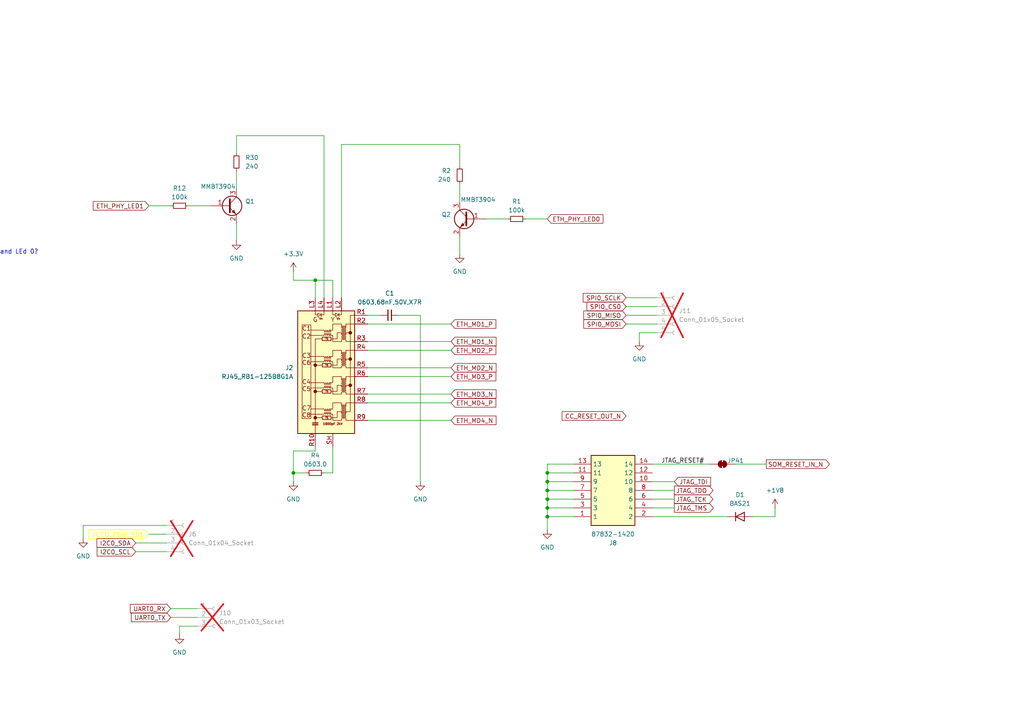
<source format=kicad_sch>
(kicad_sch (version 20231120) (generator "eeschema") (generator_version "8.0")
  (paper "A4")
  (lib_symbols
    (symbol "Connector:Conn_01x03_Socket" (pin_names (offset 1.016) hide)
      (property "Reference" "J" (at 0 5.08 0))
      (property "Value" "Conn_01x03_Socket" (at 0 -5.08 0))
      (symbol "Conn_01x03_Socket_1_1"
        (arc (start 0 -2.032) (mid -0.5058 -2.54) (end 0 -3.048) (stroke (width 0.1524)))
        (polyline (pts (xy -1.27 -2.54) (xy -0.508 -2.54)) (stroke (width 0.1524)))
        (polyline (pts (xy -1.27 0) (xy -0.508 0)) (stroke (width 0.1524)))
        (polyline (pts (xy -1.27 2.54) (xy -0.508 2.54)) (stroke (width 0.1524)))
        (arc (start 0 0.508) (mid -0.5058 0) (end 0 -0.508) (stroke (width 0.1524)))
        (arc (start 0 3.048) (mid -0.5058 2.54) (end 0 2.032) (stroke (width 0.1524)))
        (pin passive line (at -5.08 2.54 0) (length 3.81) (name "Pin_1") (number "1"))
        (pin passive line (at -5.08 0 0) (length 3.81) (name "Pin_2") (number "2"))
        (pin passive line (at -5.08 -2.54 0) (length 3.81) (name "Pin_3") (number "3"))
      )
    )
    (symbol "Connector:Conn_01x04_Socket" (pin_names (offset 1.016) hide)
      (property "Reference" "J" (at 0 5.08 0))
      (property "Value" "Conn_01x04_Socket" (at 0 -7.62 0))
      (symbol "Conn_01x04_Socket_1_1"
        (arc (start 0 -4.572) (mid -0.5058 -5.08) (end 0 -5.588) (stroke (width 0.1524)))
        (arc (start 0 -2.032) (mid -0.5058 -2.54) (end 0 -3.048) (stroke (width 0.1524)))
        (polyline (pts (xy -1.27 -5.08) (xy -0.508 -5.08)) (stroke (width 0.1524)))
        (polyline (pts (xy -1.27 -2.54) (xy -0.508 -2.54)) (stroke (width 0.1524)))
        (polyline (pts (xy -1.27 0) (xy -0.508 0)) (stroke (width 0.1524)))
        (polyline (pts (xy -1.27 2.54) (xy -0.508 2.54)) (stroke (width 0.1524)))
        (arc (start 0 0.508) (mid -0.5058 0) (end 0 -0.508) (stroke (width 0.1524)))
        (arc (start 0 3.048) (mid -0.5058 2.54) (end 0 2.032) (stroke (width 0.1524)))
        (pin passive line (at -5.08 2.54 0) (length 3.81) (name "Pin_1") (number "1"))
        (pin passive line (at -5.08 0 0) (length 3.81) (name "Pin_2") (number "2"))
        (pin passive line (at -5.08 -2.54 0) (length 3.81) (name "Pin_3") (number "3"))
        (pin passive line (at -5.08 -5.08 0) (length 3.81) (name "Pin_4") (number "4"))
      )
    )
    (symbol "Connector:Conn_01x05_Socket" (pin_names (offset 1.016) hide)
      (property "Reference" "J" (at 0 7.62 0))
      (property "Value" "Conn_01x05_Socket" (at 0 -7.62 0))
      (symbol "Conn_01x05_Socket_1_1"
        (arc (start 0 -4.572) (mid -0.5058 -5.08) (end 0 -5.588) (stroke (width 0.1524)))
        (arc (start 0 -2.032) (mid -0.5058 -2.54) (end 0 -3.048) (stroke (width 0.1524)))
        (polyline (pts (xy -1.27 -5.08) (xy -0.508 -5.08)) (stroke (width 0.1524)))
        (polyline (pts (xy -1.27 -2.54) (xy -0.508 -2.54)) (stroke (width 0.1524)))
        (polyline (pts (xy -1.27 0) (xy -0.508 0)) (stroke (width 0.1524)))
        (polyline (pts (xy -1.27 2.54) (xy -0.508 2.54)) (stroke (width 0.1524)))
        (polyline (pts (xy -1.27 5.08) (xy -0.508 5.08)) (stroke (width 0.1524)))
        (arc (start 0 0.508) (mid -0.5058 0) (end 0 -0.508) (stroke (width 0.1524)))
        (arc (start 0 3.048) (mid -0.5058 2.54) (end 0 2.032) (stroke (width 0.1524)))
        (arc (start 0 5.588) (mid -0.5058 5.08) (end 0 4.572) (stroke (width 0.1524)))
        (pin passive line (at -5.08 5.08 0) (length 3.81) (name "Pin_1") (number "1"))
        (pin passive line (at -5.08 2.54 0) (length 3.81) (name "Pin_2") (number "2"))
        (pin passive line (at -5.08 0 0) (length 3.81) (name "Pin_3") (number "3"))
        (pin passive line (at -5.08 -2.54 0) (length 3.81) (name "Pin_4") (number "4"))
        (pin passive line (at -5.08 -5.08 0) (length 3.81) (name "Pin_5") (number "5"))
      )
    )
    (symbol "Connector:RJ45_RB1-125B8G1A" (pin_names hide)
      (property "Reference" "J" (at -7.62 20.32 0))
      (property "Value" "RJ45_RB1-125B8G1A" (at 15.24 20.32 0))
      (symbol "RJ45_RB1-125B8G1A_0_0"
        (circle (center -2.54 -11.938) (radius 0.0001) (stroke (width 0.508)))
        (circle (center -2.54 -4.318) (radius 0.0001) (stroke (width 0.508)))
        (circle (center -2.54 3.302) (radius 0.0001) (stroke (width 0.508)))
        (polyline (pts (xy -0.508 -11.938) (xy -2.54 -11.938)))
        (polyline (pts (xy 0 -10.922) (xy -3.81 -10.922)))
        (polyline (pts (xy 0 -9.398) (xy -3.81 -9.398)))
        (polyline (pts (xy 0 -3.302) (xy -3.81 -3.302)))
        (polyline (pts (xy 0 -1.778) (xy -3.81 -1.778)))
        (polyline (pts (xy 0 4.318) (xy -3.81 4.318)))
        (polyline (pts (xy 0 5.842) (xy -3.81 5.842)))
        (polyline (pts (xy 0 11.938) (xy -3.81 11.938)))
        (polyline (pts (xy 0 13.462) (xy -3.81 13.462)))
        (polyline (pts (xy 6.35 5.08) (xy 7.62 5.08)))
        (polyline (pts (xy 7.62 -2.54) (xy 6.35 -2.54)))
        (polyline (pts (xy 7.62 12.7) (xy 6.35 12.7)))
        (polyline (pts (xy 2.032 -11.938) (xy 3.81 -11.938) (xy 3.81 -10.16) (xy 5.08 -10.16)))
        (polyline (pts (xy 2.032 -4.318) (xy 3.81 -4.318) (xy 3.81 -2.54) (xy 5.08 -2.54)))
        (polyline (pts (xy 2.032 3.302) (xy 3.81 3.302) (xy 3.81 5.08) (xy 5.08 5.08)))
        (polyline (pts (xy 2.032 10.922) (xy 3.81 10.922) (xy 3.81 12.7) (xy 5.08 12.7)))
        (circle (center 7.62 -2.54) (radius 0.0001) (stroke (width 0.508)))
        (circle (center 7.62 5.08) (radius 0.0001) (stroke (width 0.508)))
        (circle (center 7.62 12.7) (radius 0.0001) (stroke (width 0.508)))
        (text "1000pF 2kV" (at 2.54 -13.716 0) (effects (font (size 0.635 0.635))))
        (text "C1" (at -5.08 13.97 0) (effects (font (size 1.27 1.27))))
        (text "C2" (at -5.08 11.684 0) (effects (font (size 1.27 1.27))))
        (text "C3" (at -5.08 6.096 0) (effects (font (size 1.27 1.27))))
        (text "C4" (at -5.08 -1.524 0) (effects (font (size 1.27 1.27))))
        (text "C5" (at -5.08 -3.556 0) (effects (font (size 1.27 1.27))))
        (text "C6" (at -5.08 4.064 0) (effects (font (size 1.27 1.27))))
        (text "C7" (at -5.08 -9.144 0) (effects (font (size 1.27 1.27))))
        (text "C8" (at -5.08 -11.176 0) (effects (font (size 1.27 1.27))))
        (text "G" (at -2.54 16.51 0) (effects (font (size 1.27 1.27))))
        (text "Y" (at 2.54 16.51 0) (effects (font (size 1.27 1.27))))
      )
      (symbol "RJ45_RB1-125B8G1A_0_1"
        (rectangle (start -7.62 19.05) (end 8.89 -16.51) (stroke (width 0.254)) (fill (type background)))
        (rectangle (start -3.81 -12.192) (end -6.35 14.986))
        (rectangle (start -0.508 -12.446) (end 2.032 -11.43) (stroke (width 0.2032)))
        (rectangle (start -0.508 -4.826) (end 2.032 -3.81) (stroke (width 0.2032)))
        (rectangle (start -0.508 2.794) (end 2.032 3.81) (stroke (width 0.2032)))
        (rectangle (start -0.508 10.414) (end 2.032 11.43) (stroke (width 0.2032)))
        (arc (start 0 -9.398) (mid 0.254 -9.6509) (end 0.508 -9.398))
        (arc (start 0 -1.778) (mid 0.254 -2.0309) (end 0.508 -1.778))
        (polyline (pts (xy -3.302 -13.97) (xy -1.778 -13.97)) (stroke (width 0.3302)))
        (polyline (pts (xy -3.302 -13.462) (xy -1.778 -13.462)) (stroke (width 0.3048)))
        (polyline (pts (xy -2.54 -16.51) (xy -2.54 -13.97)))
        (polyline (pts (xy -2.54 3.302) (xy -0.508 3.302)))
        (polyline (pts (xy -1.016 16.637) (xy -1.524 17.145)))
        (polyline (pts (xy -0.762 18.415) (xy -0.762 17.399)))
        (polyline (pts (xy -0.508 -4.318) (xy -2.54 -4.318)))
        (polyline (pts (xy -0.508 16.637) (xy -1.016 17.145)))
        (polyline (pts (xy 0 -10.414) (xy 2.032 -10.414)))
        (polyline (pts (xy 0 -2.794) (xy 2.032 -2.794)))
        (polyline (pts (xy 0 4.826) (xy 2.032 4.826)))
        (polyline (pts (xy 0 12.446) (xy 2.032 12.446)))
        (polyline (pts (xy 2.032 -9.906) (xy 0 -9.906)))
        (polyline (pts (xy 2.032 -2.286) (xy 0 -2.286)))
        (polyline (pts (xy 2.032 5.334) (xy 0 5.334)))
        (polyline (pts (xy 2.032 12.954) (xy 0 12.954)))
        (polyline (pts (xy 4.064 16.637) (xy 3.556 17.145)))
        (polyline (pts (xy 4.318 18.415) (xy 4.318 17.399)))
        (polyline (pts (xy 4.572 16.637) (xy 4.064 17.145)))
        (polyline (pts (xy 5.588 -8.128) (xy 5.588 -12.192)))
        (polyline (pts (xy 5.588 -0.508) (xy 5.588 -4.572)))
        (polyline (pts (xy 5.588 7.112) (xy 5.588 3.048)))
        (polyline (pts (xy 5.588 14.732) (xy 5.588 10.668)))
        (polyline (pts (xy 5.842 -12.192) (xy 5.842 -8.128)))
        (polyline (pts (xy 5.842 -4.572) (xy 5.842 -0.508)))
        (polyline (pts (xy 5.842 3.048) (xy 5.842 7.112)))
        (polyline (pts (xy 5.842 10.668) (xy 5.842 14.732)))
        (polyline (pts (xy -2.54 -13.462) (xy -2.54 10.922) (xy -0.508 10.922)))
        (polyline (pts (xy -2.54 19.05) (xy -2.54 17.907) (xy -1.778 17.907)))
        (polyline (pts (xy -1.016 16.891) (xy -1.016 16.637) (xy -1.27 16.637)))
        (polyline (pts (xy -0.508 16.891) (xy -0.508 16.637) (xy -0.762 16.637)))
        (polyline (pts (xy 0 19.05) (xy 0 17.907) (xy -0.762 17.907)))
        (polyline (pts (xy 2.54 19.05) (xy 2.54 17.907) (xy 3.302 17.907)))
        (polyline (pts (xy 4.064 16.891) (xy 4.064 16.637) (xy 3.81 16.637)))
        (polyline (pts (xy 4.572 16.891) (xy 4.572 16.637) (xy 4.318 16.637)))
        (polyline (pts (xy 5.08 19.05) (xy 5.08 17.907) (xy 4.318 17.907)))
        (polyline (pts (xy 6.35 -12.192) (xy 6.35 -12.7) (xy 8.89 -12.7)))
        (polyline (pts (xy 6.35 -8.128) (xy 6.35 -7.62) (xy 8.89 -7.62)))
        (polyline (pts (xy 6.35 -4.572) (xy 6.35 -5.08) (xy 8.89 -5.08)))
        (polyline (pts (xy 6.35 -0.508) (xy 6.35 0) (xy 8.89 0)))
        (polyline (pts (xy 6.35 3.048) (xy 6.35 2.54) (xy 8.89 2.54)))
        (polyline (pts (xy 6.35 7.112) (xy 6.35 7.62) (xy 8.89 7.62)))
        (polyline (pts (xy 6.35 10.668) (xy 6.35 10.16) (xy 8.89 10.16)))
        (polyline (pts (xy 6.35 14.732) (xy 6.35 15.24) (xy 8.89 15.24)))
        (polyline (pts (xy -0.762 17.907) (xy -1.778 18.415) (xy -1.778 17.399) (xy -0.762 17.907)))
        (polyline (pts (xy 4.318 17.907) (xy 3.302 18.415) (xy 3.302 17.399) (xy 4.318 17.907)))
        (polyline (pts (xy 8.89 17.78) (xy 7.62 17.78) (xy 7.62 -10.16) (xy 6.35 -10.16)))
        (polyline (pts (xy 2.032 -9.398) (xy 2.54 -9.398) (xy 2.54 -7.62) (xy 5.08 -7.62) (xy 5.08 -8.128)))
        (polyline (pts (xy 2.032 -1.778) (xy 2.54 -1.778) (xy 2.54 0) (xy 5.08 0) (xy 5.08 -0.508)))
        (polyline (pts (xy 2.032 5.842) (xy 2.54 5.842) (xy 2.54 7.62) (xy 5.08 7.62) (xy 5.08 7.112)))
        (polyline (pts (xy 2.032 13.462) (xy 2.54 13.462) (xy 2.54 15.24) (xy 5.08 15.24) (xy 5.08 14.732)))
        (polyline (pts (xy 5.08 -12.192) (xy 5.08 -12.7) (xy 2.54 -12.7) (xy 2.54 -10.922) (xy 2.032 -10.922)))
        (polyline (pts (xy 5.08 -4.572) (xy 5.08 -5.08) (xy 2.54 -5.08) (xy 2.54 -3.302) (xy 2.032 -3.302)))
        (polyline (pts (xy 5.08 3.048) (xy 5.08 2.54) (xy 2.54 2.54) (xy 2.54 4.318) (xy 2.032 4.318)))
        (polyline (pts (xy 5.08 10.668) (xy 5.08 10.16) (xy 2.54 10.16) (xy 2.54 11.938) (xy 2.032 11.938)))
        (arc (start 0 5.842) (mid 0.254 5.5891) (end 0.508 5.842))
        (arc (start 0 13.462) (mid 0.254 13.2091) (end 0.508 13.462))
        (arc (start 0.508 -10.922) (mid 0.254 -10.6691) (end 0 -10.922))
        (arc (start 0.508 -9.398) (mid 0.762 -9.6509) (end 1.016 -9.398))
        (arc (start 0.508 -3.302) (mid 0.254 -3.0491) (end 0 -3.302))
        (arc (start 0.508 -1.778) (mid 0.762 -2.0309) (end 1.016 -1.778))
        (arc (start 0.508 4.318) (mid 0.254 4.5709) (end 0 4.318))
        (arc (start 0.508 5.842) (mid 0.762 5.5891) (end 1.016 5.842))
        (arc (start 0.508 11.938) (mid 0.254 12.1909) (end 0 11.938))
        (arc (start 0.508 13.462) (mid 0.762 13.2091) (end 1.016 13.462))
        (arc (start 1.016 -10.922) (mid 0.762 -10.6691) (end 0.508 -10.922))
        (arc (start 1.016 -9.398) (mid 1.27 -9.6509) (end 1.524 -9.398))
        (arc (start 1.016 -3.302) (mid 0.762 -3.0491) (end 0.508 -3.302))
        (arc (start 1.016 -1.778) (mid 1.27 -2.0309) (end 1.524 -1.778))
        (arc (start 1.016 4.318) (mid 0.762 4.5709) (end 0.508 4.318))
        (arc (start 1.016 5.842) (mid 1.27 5.5891) (end 1.524 5.842))
        (arc (start 1.016 11.938) (mid 0.762 12.1909) (end 0.508 11.938))
        (arc (start 1.016 13.462) (mid 1.27 13.2091) (end 1.524 13.462))
        (arc (start 1.524 -10.922) (mid 1.27 -10.6691) (end 1.016 -10.922))
        (arc (start 1.524 -9.398) (mid 1.778 -9.6509) (end 2.032 -9.398))
        (arc (start 1.524 -3.302) (mid 1.27 -3.0491) (end 1.016 -3.302))
        (arc (start 1.524 -1.778) (mid 1.778 -2.0309) (end 2.032 -1.778))
        (arc (start 1.524 4.318) (mid 1.27 4.5709) (end 1.016 4.318))
        (arc (start 1.524 5.842) (mid 1.778 5.5891) (end 2.032 5.842))
        (arc (start 1.524 11.938) (mid 1.27 12.1909) (end 1.016 11.938))
        (arc (start 1.524 13.462) (mid 1.778 13.2091) (end 2.032 13.462))
        (circle (center 1.778 -10.9474) (radius 0.0762) (stroke (width 0.0254)) (fill (type outline)))
        (circle (center 1.778 -9.3726) (radius 0.0762) (stroke (width 0.0254)) (fill (type outline)))
        (circle (center 1.778 -3.3274) (radius 0.0762) (stroke (width 0.0254)) (fill (type outline)))
        (circle (center 1.778 -1.7526) (radius 0.0762) (stroke (width 0.0254)) (fill (type outline)))
        (circle (center 1.778 4.2926) (radius 0.0762) (stroke (width 0.0254)) (fill (type outline)))
        (circle (center 1.778 5.8674) (radius 0.0762) (stroke (width 0.0254)) (fill (type outline)))
        (circle (center 1.778 11.9126) (radius 0.0762) (stroke (width 0.0254)) (fill (type outline)))
        (circle (center 1.778 13.4874) (radius 0.0762) (stroke (width 0.0254)) (fill (type outline)))
        (arc (start 2.032 -10.922) (mid 1.778 -10.6691) (end 1.524 -10.922))
        (arc (start 2.032 -3.302) (mid 1.778 -3.0491) (end 1.524 -3.302))
        (arc (start 2.032 4.318) (mid 1.778 4.5709) (end 1.524 4.318))
        (arc (start 2.032 11.938) (mid 1.778 12.1909) (end 1.524 11.938))
        (circle (center 5.0546 -10.414) (radius 0.0762) (stroke (width 0.0254)) (fill (type outline)))
        (circle (center 5.0546 -8.382) (radius 0.0762) (stroke (width 0.0254)) (fill (type outline)))
        (circle (center 5.0546 -2.794) (radius 0.0762) (stroke (width 0.0254)) (fill (type outline)))
        (circle (center 5.0546 -0.762) (radius 0.0762) (stroke (width 0.0254)) (fill (type outline)))
        (circle (center 5.0546 4.826) (radius 0.0762) (stroke (width 0.0254)) (fill (type outline)))
        (circle (center 5.0546 6.858) (radius 0.0762) (stroke (width 0.0254)) (fill (type outline)))
        (circle (center 5.0546 12.446) (radius 0.0762) (stroke (width 0.0254)) (fill (type outline)))
        (circle (center 5.0546 14.478) (radius 0.0762) (stroke (width 0.0254)) (fill (type outline)))
        (arc (start 5.08 -12.192) (mid 5.3329 -11.938) (end 5.08 -11.684))
        (arc (start 5.08 -11.684) (mid 5.3328 -11.43) (end 5.08 -11.176))
        (arc (start 5.08 -11.176) (mid 5.3329 -10.922) (end 5.08 -10.668))
        (arc (start 5.08 -10.668) (mid 5.3329 -10.414) (end 5.08 -10.16))
        (arc (start 5.08 -10.16) (mid 5.3329 -9.906) (end 5.08 -9.652))
        (arc (start 5.08 -9.652) (mid 5.3329 -9.398) (end 5.08 -9.144))
        (arc (start 5.08 -9.144) (mid 5.3328 -8.89) (end 5.08 -8.636))
        (arc (start 5.08 -8.636) (mid 5.3329 -8.382) (end 5.08 -8.128))
        (arc (start 5.08 -4.572) (mid 5.3329 -4.318) (end 5.08 -4.064))
        (arc (start 5.08 -4.064) (mid 5.3328 -3.81) (end 5.08 -3.556))
        (arc (start 5.08 -3.556) (mid 5.3329 -3.302) (end 5.08 -3.048))
        (arc (start 5.08 -3.048) (mid 5.3329 -2.794) (end 5.08 -2.54))
        (arc (start 5.08 -2.54) (mid 5.3329 -2.286) (end 5.08 -2.032))
        (arc (start 5.08 -2.032) (mid 5.3329 -1.778) (end 5.08 -1.524))
        (arc (start 5.08 -1.524) (mid 5.3328 -1.27) (end 5.08 -1.016))
        (arc (start 5.08 -1.016) (mid 5.3329 -0.762) (end 5.08 -0.508))
        (arc (start 5.08 3.048) (mid 5.3329 3.302) (end 5.08 3.556))
        (arc (start 5.08 3.556) (mid 5.3328 3.81) (end 5.08 4.064))
        (arc (start 5.08 4.064) (mid 5.3329 4.318) (end 5.08 4.572))
        (arc (start 5.08 4.572) (mid 5.3329 4.826) (end 5.08 5.08))
        (arc (start 5.08 5.08) (mid 5.3329 5.334) (end 5.08 5.588))
        (arc (start 5.08 5.588) (mid 5.3329 5.842) (end 5.08 6.096))
        (arc (start 5.08 6.096) (mid 5.3328 6.35) (end 5.08 6.604))
        (arc (start 5.08 6.604) (mid 5.3329 6.858) (end 5.08 7.112))
        (arc (start 5.08 10.668) (mid 5.3329 10.922) (end 5.08 11.176))
        (arc (start 5.08 11.176) (mid 5.3328 11.43) (end 5.08 11.684))
        (arc (start 5.08 11.684) (mid 5.3329 11.938) (end 5.08 12.192))
        (arc (start 5.08 12.192) (mid 5.3329 12.446) (end 5.08 12.7))
        (arc (start 5.08 12.7) (mid 5.3329 12.954) (end 5.08 13.208))
        (arc (start 5.08 13.208) (mid 5.3329 13.462) (end 5.08 13.716))
        (arc (start 5.08 13.716) (mid 5.3328 13.97) (end 5.08 14.224))
        (arc (start 5.08 14.224) (mid 5.3329 14.478) (end 5.08 14.732))
        (arc (start 6.35 -11.684) (mid 6.0971 -11.938) (end 6.35 -12.192))
        (arc (start 6.35 -11.176) (mid 6.0971 -11.43) (end 6.35 -11.684))
        (arc (start 6.35 -10.668) (mid 6.0971 -10.922) (end 6.35 -11.176))
        (arc (start 6.35 -10.16) (mid 6.0971 -10.414) (end 6.35 -10.668))
        (arc (start 6.35 -9.652) (mid 6.0971 -9.906) (end 6.35 -10.16))
        (arc (start 6.35 -9.144) (mid 6.0971 -9.398) (end 6.35 -9.652))
        (arc (start 6.35 -8.636) (mid 6.0971 -8.89) (end 6.35 -9.144))
        (arc (start 6.35 -8.128) (mid 6.0971 -8.382) (end 6.35 -8.636))
        (arc (start 6.35 -4.064) (mid 6.0971 -4.318) (end 6.35 -4.572))
        (arc (start 6.35 -3.556) (mid 6.0971 -3.81) (end 6.35 -4.064))
        (arc (start 6.35 -3.048) (mid 6.0971 -3.302) (end 6.35 -3.556))
        (arc (start 6.35 -2.54) (mid 6.0971 -2.794) (end 6.35 -3.048))
        (arc (start 6.35 -2.032) (mid 6.0971 -2.286) (end 6.35 -2.54))
        (arc (start 6.35 -1.524) (mid 6.0971 -1.778) (end 6.35 -2.032))
        (arc (start 6.35 -1.016) (mid 6.0971 -1.27) (end 6.35 -1.524))
        (arc (start 6.35 -0.508) (mid 6.0971 -0.762) (end 6.35 -1.016))
        (arc (start 6.35 3.556) (mid 6.0971 3.302) (end 6.35 3.048))
        (arc (start 6.35 4.064) (mid 6.0971 3.81) (end 6.35 3.556))
        (arc (start 6.35 4.572) (mid 6.0971 4.318) (end 6.35 4.064))
        (arc (start 6.35 5.08) (mid 6.0971 4.826) (end 6.35 4.572))
        (arc (start 6.35 5.588) (mid 6.0971 5.334) (end 6.35 5.08))
        (arc (start 6.35 6.096) (mid 6.0971 5.842) (end 6.35 5.588))
        (arc (start 6.35 6.604) (mid 6.0971 6.35) (end 6.35 6.096))
        (arc (start 6.35 7.112) (mid 6.0971 6.858) (end 6.35 6.604))
        (arc (start 6.35 11.176) (mid 6.0971 10.922) (end 6.35 10.668))
        (arc (start 6.35 11.684) (mid 6.0971 11.43) (end 6.35 11.176))
        (arc (start 6.35 12.192) (mid 6.0971 11.938) (end 6.35 11.684))
        (arc (start 6.35 12.7) (mid 6.0971 12.446) (end 6.35 12.192))
        (arc (start 6.35 13.208) (mid 6.0971 12.954) (end 6.35 12.7))
        (arc (start 6.35 13.716) (mid 6.0971 13.462) (end 6.35 13.208))
        (arc (start 6.35 14.224) (mid 6.0971 13.97) (end 6.35 13.716))
        (arc (start 6.35 14.732) (mid 6.0971 14.478) (end 6.35 14.224))
        (circle (center 6.3754 -10.414) (radius 0.0762) (stroke (width 0.0254)) (fill (type outline)))
        (circle (center 6.3754 -8.382) (radius 0.0762) (stroke (width 0.0254)) (fill (type outline)))
        (circle (center 6.3754 -2.794) (radius 0.0762) (stroke (width 0.0254)) (fill (type outline)))
        (circle (center 6.3754 -0.762) (radius 0.0762) (stroke (width 0.0254)) (fill (type outline)))
        (circle (center 6.3754 4.826) (radius 0.0762) (stroke (width 0.0254)) (fill (type outline)))
        (circle (center 6.3754 6.858) (radius 0.0762) (stroke (width 0.0254)) (fill (type outline)))
        (circle (center 6.3754 12.446) (radius 0.0762) (stroke (width 0.0254)) (fill (type outline)))
        (circle (center 6.3754 14.478) (radius 0.0762) (stroke (width 0.0254)) (fill (type outline)))
        (pin power_in line (at -2.54 -20.32 90) (length 3.81) (name "GND") (number "R10"))
      )
      (symbol "RJ45_RB1-125B8G1A_1_0"
        (text "75" (at 0.762 -11.938 0) (effects (font (size 0.508 0.508))))
        (text "75" (at 0.762 -4.318 0) (effects (font (size 0.508 0.508))))
        (text "75" (at 0.762 3.302 0) (effects (font (size 0.508 0.508))))
        (text "75" (at 0.762 10.922 0) (effects (font (size 0.508 0.508))))
      )
      (symbol "RJ45_RB1-125B8G1A_1_1"
        (pin passive line (at 2.54 22.86 270) (length 3.81) (name "~") (number "L1"))
        (pin passive line (at 5.08 22.86 270) (length 3.81) (name "~") (number "L2"))
        (pin passive line (at -2.54 22.86 270) (length 3.81) (name "~") (number "L3"))
        (pin passive line (at 0 22.86 270) (length 3.81) (name "~") (number "L4"))
        (pin passive line (at 12.7 17.78 180) (length 3.81) (name "CT") (number "R1"))
        (pin passive line (at 12.7 15.24 180) (length 3.81) (name "TD1+") (number "R2"))
        (pin passive line (at 12.7 10.16 180) (length 3.81) (name "TD1-") (number "R3"))
        (pin passive line (at 12.7 7.62 180) (length 3.81) (name "TD2+") (number "R4"))
        (pin passive line (at 12.7 2.54 180) (length 3.81) (name "TD2-") (number "R5"))
        (pin passive line (at 12.7 0 180) (length 3.81) (name "TD3+") (number "R6"))
        (pin passive line (at 12.7 -5.08 180) (length 3.81) (name "TD3-") (number "R7"))
        (pin passive line (at 12.7 -7.62 180) (length 3.81) (name "TD4+") (number "R8"))
        (pin passive line (at 12.7 -12.7 180) (length 3.81) (name "TD4-") (number "R9"))
        (pin passive line (at 2.54 -20.32 90) (length 3.81) (name "SH") (number "SH"))
      )
    )
    (symbol "Diode:BAS21" (pin_numbers hide) (pin_names hide)
      (property "Reference" "D" (at 0 2.54 0))
      (property "Value" "BAS21" (at 0 -2.54 0))
      (symbol "BAS21_0_1"
        (polyline (pts (xy -1.27 1.27) (xy -1.27 -1.27)) (stroke (width 0.254)))
        (polyline (pts (xy 1.27 0) (xy -1.27 0)))
        (polyline (pts (xy 1.27 1.27) (xy 1.27 -1.27) (xy -1.27 0) (xy 1.27 1.27)) (stroke (width 0.254)))
      )
      (symbol "BAS21_1_1"
        (pin passive line (at 3.81 0 180) (length 2.54) (name "A") (number "1"))
        (pin no_connect line (at -1.27 0 0) (length 2.54) hide (name "NC") (number "2"))
        (pin passive line (at -3.81 0 0) (length 2.54) (name "K") (number "3"))
      )
    )
    (symbol "Jumper:SolderJumper_2_Bridged" (pin_numbers hide) (pin_names (offset 0) hide) (exclude_from_sim yes) (in_bom no)
      (property "Reference" "JP" (at 0 2.032 0))
      (property "Value" "SolderJumper_2_Bridged" (at 0 -2.54 0))
      (symbol "SolderJumper_2_Bridged_0_1"
        (rectangle (start -0.508 0.508) (end 0.508 -0.508) (fill (type outline)))
        (arc (start -0.254 1.016) (mid -1.2656 0) (end -0.254 -1.016))
        (arc (start -0.254 1.016) (mid -1.2656 0) (end -0.254 -1.016) (fill (type outline)))
        (polyline (pts (xy -0.254 1.016) (xy -0.254 -1.016)))
        (polyline (pts (xy 0.254 1.016) (xy 0.254 -1.016)))
        (arc (start 0.254 -1.016) (mid 1.2656 0) (end 0.254 1.016))
        (arc (start 0.254 -1.016) (mid 1.2656 0) (end 0.254 1.016) (fill (type outline)))
      )
      (symbol "SolderJumper_2_Bridged_1_1"
        (pin passive line (at -3.81 0 0) (length 2.54) (name "A") (number "1"))
        (pin passive line (at 3.81 0 180) (length 2.54) (name "B") (number "2"))
      )
    )
    (symbol "SamacSys_Parts:87832-1420"
      (property "Reference" "J" (at 19.05 7.62 0))
      (property "Value" "87832-1420" (at 19.05 5.08 0))
      (symbol "87832-1420_1_1"
        (rectangle (start 5.08 2.54) (end 17.78 -17.78) (stroke (width 0.254)) (fill (type background)))
        (pin passive line (at 0 0 0) (length 5.08) (name "1") (number "1"))
        (pin passive line (at 22.86 -10.16 180) (length 5.08) (name "10") (number "10"))
        (pin passive line (at 0 -12.7 0) (length 5.08) (name "11") (number "11"))
        (pin passive line (at 22.86 -12.7 180) (length 5.08) (name "12") (number "12"))
        (pin passive line (at 0 -15.24 0) (length 5.08) (name "13") (number "13"))
        (pin passive line (at 22.86 -15.24 180) (length 5.08) (name "14") (number "14"))
        (pin passive line (at 22.86 0 180) (length 5.08) (name "2") (number "2"))
        (pin passive line (at 0 -2.54 0) (length 5.08) (name "3") (number "3"))
        (pin passive line (at 22.86 -2.54 180) (length 5.08) (name "4") (number "4"))
        (pin passive line (at 0 -5.08 0) (length 5.08) (name "5") (number "5"))
        (pin passive line (at 22.86 -5.08 180) (length 5.08) (name "6") (number "6"))
        (pin passive line (at 0 -7.62 0) (length 5.08) (name "7") (number "7"))
        (pin passive line (at 22.86 -7.62 180) (length 5.08) (name "8") (number "8"))
        (pin passive line (at 0 -10.16 0) (length 5.08) (name "9") (number "9"))
      )
    )
    (symbol "Transistor_BJT:MMBT3904" (pin_names (offset 0) hide)
      (property "Reference" "Q" (at 5.08 1.905 0))
      (property "Value" "MMBT3904" (at 5.08 0 0))
      (symbol "MMBT3904_0_1"
        (polyline (pts (xy 0.635 0.635) (xy 2.54 2.54)))
        (polyline (pts (xy 0.635 -0.635) (xy 2.54 -2.54) (xy 2.54 -2.54)))
        (polyline (pts (xy 0.635 1.905) (xy 0.635 -1.905) (xy 0.635 -1.905)) (stroke (width 0.508)))
        (polyline (pts (xy 1.27 -1.778) (xy 1.778 -1.27) (xy 2.286 -2.286) (xy 1.27 -1.778) (xy 1.27 -1.778)) (fill (type outline)))
        (circle (center 1.27 0) (radius 2.8194) (stroke (width 0.254)))
      )
      (symbol "MMBT3904_1_1"
        (pin input line (at -5.08 0 0) (length 5.715) (name "B") (number "1"))
        (pin passive line (at 2.54 -5.08 90) (length 2.54) (name "E") (number "2"))
        (pin passive line (at 2.54 5.08 270) (length 2.54) (name "C") (number "3"))
      )
    )
    (symbol "jlcpcb-basic-capacitor:0603,68nF,50V,X7R "
      (property "Reference" "C" (at 1.71 0.508 0))
      (property "Value" "0603,68nF,50V,X7R " (at 1.71 -1.016 0))
      (symbol "0603,68nF,50V,X7R _0_0"
        (polyline (pts (xy -1.524 -0.508) (xy 1.524 -0.508)) (stroke (width 0.3048)))
        (polyline (pts (xy -1.524 0.508) (xy 1.524 0.508)) (stroke (width 0.3048)))
        (pin passive line (at 0 2.54 270) (length 2.032) (name "~") (number "1"))
        (pin passive line (at 0 -2.54 90) (length 2.032) (name "~") (number "2"))
      )
    )
    (symbol "jlcpcb-basic-resistor-0402:100k"
      (property "Reference" "R" (at 0.762 0.508 0))
      (property "Value" "100k" (at 0.762 -1.016 0))
      (symbol "100k_0_0"
        (rectangle (start -0.762 1.778) (end 0.762 -1.778) (stroke (width 0.2032)))
        (pin passive line (at 0 2.54 270) (length 0.762) (name "~") (number "1"))
        (pin passive line (at 0 -2.54 90) (length 0.762) (name "~") (number "2"))
      )
    )
    (symbol "jlcpcb-basic-resistor-0603:240"
      (property "Reference" "R" (at 0.762 0.508 0))
      (property "Value" "240" (at 0.762 -1.016 0))
      (symbol "240_0_0"
        (rectangle (start -0.762 1.778) (end 0.762 -1.778) (stroke (width 0.2032)))
        (pin passive line (at 0 2.54 270) (length 0.762) (name "~") (number "1"))
        (pin passive line (at 0 -2.54 90) (length 0.762) (name "~") (number "2"))
      )
    )
    (symbol "jlcpcb-basic-resistor:0603,0"
      (property "Reference" "R" (at 0.762 0.508 0))
      (property "Value" "0603,0" (at 0.762 -1.016 0))
      (symbol "0603,0_0_0"
        (rectangle (start -0.762 1.778) (end 0.762 -1.778) (stroke (width 0.2032)))
        (pin passive line (at 0 2.54 270) (length 0.762) (name "~") (number "1"))
        (pin passive line (at 0 -2.54 90) (length 0.762) (name "~") (number "2"))
      )
    )
    (symbol "power:+1V8" (power) (pin_numbers hide) (pin_names (offset 0) hide)
      (property "Value" "+1V8" (at 0 3.556 0))
      (symbol "+1V8_0_1"
        (polyline (pts (xy -0.762 1.27) (xy 0 2.54)))
        (polyline (pts (xy 0 0) (xy 0 2.54)))
        (polyline (pts (xy 0 2.54) (xy 0.762 1.27)))
      )
      (symbol "+1V8_1_1"
        (pin power_in line (at 0 0 90) (length 0) (name "~") (number "1"))
      )
    )
    (symbol "power:+3.3V" (power) (pin_numbers hide) (pin_names (offset 0) hide)
      (property "Value" "+3.3V" (at 0 3.556 0))
      (symbol "+3.3V_0_1"
        (polyline (pts (xy -0.762 1.27) (xy 0 2.54)))
        (polyline (pts (xy 0 0) (xy 0 2.54)))
        (polyline (pts (xy 0 2.54) (xy 0.762 1.27)))
      )
      (symbol "+3.3V_1_1"
        (pin power_in line (at 0 0 90) (length 0) (name "~") (number "1"))
      )
    )
    (symbol "power:GND" (power) (pin_numbers hide) (pin_names (offset 0) hide)
      (property "Value" "GND" (at 0 -3.81 0))
      (symbol "GND_0_1"
        (polyline (pts (xy 0 0) (xy 0 -1.27) (xy 1.27 -1.27) (xy 0 -2.54) (xy -1.27 -1.27) (xy 0 -1.27)))
      )
      (symbol "GND_1_1"
        (pin power_in line (at 0 0 270) (length 0) (name "~") (number "1"))
      )
    )
  )
  (junction (at 158.75 144.78))
  (junction (at 158.75 147.32))
  (junction (at 91.44 81.28))
  (junction (at 158.75 139.7))
  (junction (at 158.75 137.16))
  (junction (at 158.75 142.24))
  (junction (at 158.75 149.86))
  (junction (at 85.09 137.16))
  (wire (pts (xy 189.23 144.78) (xy 195.58 144.78)))
  (wire (pts (xy 85.09 130.81) (xy 85.09 137.16)))
  (wire (pts (xy 93.98 39.37) (xy 93.98 86.36)))
  (wire (pts (xy 189.23 147.32) (xy 195.58 147.32)))
  (wire (pts (xy 52.07 184.15) (xy 52.07 181.61)))
  (wire (pts (xy 43.18 154.94) (xy 48.26 154.94)))
  (wire (pts (xy 106.68 99.06) (xy 130.81 99.06)))
  (wire (pts (xy 49.53 179.07) (xy 57.15 179.07)))
  (wire (pts (xy 68.58 39.37) (xy 93.98 39.37)))
  (wire (pts (xy 68.58 49.53) (xy 68.58 54.61)))
  (wire (pts (xy 218.44 149.86) (xy 224.79 149.86)))
  (wire (pts (xy 181.61 91.44) (xy 190.5 91.44)))
  (wire (pts (xy 121.92 91.44) (xy 121.92 139.7)))
  (wire (pts (xy 158.75 147.32) (xy 166.37 147.32)))
  (wire (pts (xy 85.09 137.16) (xy 85.09 139.7)))
  (wire (pts (xy 106.68 109.22) (xy 130.81 109.22)))
  (wire (pts (xy 24.13 156.21) (xy 24.13 152.4)))
  (wire (pts (xy 96.52 86.36) (xy 96.52 81.28)))
  (wire (pts (xy 181.61 88.9) (xy 190.5 88.9)))
  (wire (pts (xy 85.09 137.16) (xy 88.9 137.16)))
  (wire (pts (xy 224.79 149.86) (xy 224.79 147.32)))
  (wire (pts (xy 91.44 130.81) (xy 85.09 130.81)))
  (wire (pts (xy 158.75 144.78) (xy 158.75 147.32)))
  (wire (pts (xy 39.37 157.48) (xy 48.26 157.48)))
  (wire (pts (xy 158.75 149.86) (xy 158.75 153.67)))
  (wire (pts (xy 99.06 41.91) (xy 99.06 86.36)))
  (wire (pts (xy 24.13 152.4) (xy 48.26 152.4)))
  (wire (pts (xy 49.53 176.53) (xy 57.15 176.53)))
  (wire (pts (xy 189.23 139.7) (xy 195.58 139.7)))
  (wire (pts (xy 158.75 63.5) (xy 152.4 63.5)))
  (wire (pts (xy 68.58 39.37) (xy 68.58 44.45)))
  (wire (pts (xy 106.68 106.68) (xy 130.81 106.68)))
  (wire (pts (xy 115.57 91.44) (xy 121.92 91.44)))
  (wire (pts (xy 85.09 81.28) (xy 91.44 81.28)))
  (wire (pts (xy 133.35 41.91) (xy 133.35 48.26)))
  (wire (pts (xy 181.61 93.98) (xy 190.5 93.98)))
  (wire (pts (xy 158.75 137.16) (xy 166.37 137.16)))
  (wire (pts (xy 158.75 134.62) (xy 158.75 137.16)))
  (wire (pts (xy 158.75 142.24) (xy 166.37 142.24)))
  (wire (pts (xy 91.44 129.54) (xy 91.44 130.81)))
  (wire (pts (xy 181.61 86.36) (xy 190.5 86.36)))
  (wire (pts (xy 185.42 96.52) (xy 185.42 99.06)))
  (wire (pts (xy 133.35 41.91) (xy 99.06 41.91)))
  (wire (pts (xy 190.5 96.52) (xy 185.42 96.52)))
  (wire (pts (xy 166.37 149.86) (xy 158.75 149.86)))
  (wire (pts (xy 96.52 137.16) (xy 93.98 137.16)))
  (wire (pts (xy 133.35 68.58) (xy 133.35 73.66)))
  (wire (pts (xy 158.75 144.78) (xy 166.37 144.78)))
  (wire (pts (xy 158.75 134.62) (xy 166.37 134.62)))
  (wire (pts (xy 158.75 142.24) (xy 158.75 144.78)))
  (wire (pts (xy 96.52 81.28) (xy 91.44 81.28)))
  (wire (pts (xy 147.32 63.5) (xy 140.97 63.5)))
  (wire (pts (xy 106.68 121.92) (xy 130.81 121.92)))
  (wire (pts (xy 222.25 134.62) (xy 213.36 134.62)))
  (wire (pts (xy 189.23 134.62) (xy 205.74 134.62)))
  (wire (pts (xy 52.07 181.61) (xy 57.15 181.61)))
  (wire (pts (xy 106.68 116.84) (xy 130.81 116.84)))
  (wire (pts (xy 106.68 93.98) (xy 130.81 93.98)))
  (wire (pts (xy 106.68 101.6) (xy 130.81 101.6)))
  (wire (pts (xy 106.68 114.3) (xy 130.81 114.3)))
  (wire (pts (xy 158.75 149.86) (xy 158.75 147.32)))
  (wire (pts (xy 96.52 129.54) (xy 96.52 137.16)))
  (wire (pts (xy 106.68 91.44) (xy 110.49 91.44)))
  (wire (pts (xy 39.37 160.02) (xy 48.26 160.02)))
  (wire (pts (xy 158.75 139.7) (xy 158.75 137.16)))
  (wire (pts (xy 85.09 78.74) (xy 85.09 81.28)))
  (wire (pts (xy 158.75 139.7) (xy 158.75 142.24)))
  (wire (pts (xy 68.58 64.77) (xy 68.58 69.85)))
  (wire (pts (xy 158.75 139.7) (xy 166.37 139.7)))
  (wire (pts (xy 54.61 59.69) (xy 60.96 59.69)))
  (wire (pts (xy 43.18 59.69) (xy 49.53 59.69)))
  (wire (pts (xy 91.44 81.28) (xy 91.44 86.36)))
  (wire (pts (xy 189.23 142.24) (xy 195.58 142.24)))
  (wire (pts (xy 133.35 53.34) (xy 133.35 58.42)))
  (wire (pts (xy 189.23 149.86) (xy 210.82 149.86)))
  (text "PSIO is 1.8V? LED 1 and LEd 0?" (at -4.826 73.152 0) (effects (font (size 1.27 1.27))))
  (label "JTAG_RESET#" (at 191.77 134.62 0))
  (global_label "ETH_MD4_N" (shape input) (at 130.81 121.92 0) (property "Intersheetrefs" "${INTERSHEET_REFS}" (effects (hide yes))))
  (global_label "ETH_PHY_LED1" (shape input) (at 43.18 59.69 180) (property "Intersheetrefs" "${INTERSHEET_REFS}" (effects (hide yes))))
  (global_label "SPI0_CS0" (shape input) (at 181.61 88.9 180) (property "Intersheetrefs" "${INTERSHEET_REFS}" (effects (hide yes))))
  (global_label "CC_RESET_OUT_N" (shape input) (at 181.61 120.65 180) (property "Intersheetrefs" "${INTERSHEET_REFS}" (effects (hide yes))))
  (global_label "ETH_MD4_P" (shape input) (at 130.81 116.84 0) (property "Intersheetrefs" "${INTERSHEET_REFS}" (effects (hide yes))))
  (global_label "SOM_RESET_IN_N" (shape output) (at 222.25 134.62 0) (property "Intersheetrefs" "${INTERSHEET_REFS}" (effects (hide yes))))
  (global_label "VCCO_PSIO_501" (shape input) (at 43.18 154.94 180) (property "Intersheetrefs" "${INTERSHEET_REFS}" (effects (hide yes))))
  (global_label "ETH_MD3_P" (shape input) (at 130.81 109.22 0) (property "Intersheetrefs" "${INTERSHEET_REFS}" (effects (hide yes))))
  (global_label "JTAG_TDO" (shape output) (at 195.58 142.24 0) (property "Intersheetrefs" "${INTERSHEET_REFS}" (effects (hide yes))))
  (global_label "I2C0_SCL" (shape input) (at 39.37 160.02 180) (property "Intersheetrefs" "${INTERSHEET_REFS}" (effects (hide yes))))
  (global_label "I2C0_SDA" (shape input) (at 39.37 157.48 180) (property "Intersheetrefs" "${INTERSHEET_REFS}" (effects (hide yes))))
  (global_label "UART0_TX" (shape input) (at 49.53 179.07 180) (property "Intersheetrefs" "${INTERSHEET_REFS}" (effects (hide yes))))
  (global_label "UART0_RX" (shape input) (at 49.53 176.53 180) (property "Intersheetrefs" "${INTERSHEET_REFS}" (effects (hide yes))))
  (global_label "JTAG_TDI" (shape input) (at 195.58 139.7 0) (property "Intersheetrefs" "${INTERSHEET_REFS}" (effects (hide yes))))
  (global_label "ETH_MD2_P" (shape input) (at 130.81 101.6 0) (property "Intersheetrefs" "${INTERSHEET_REFS}" (effects (hide yes))))
  (global_label "JTAG_TMS" (shape output) (at 195.58 147.32 0) (property "Intersheetrefs" "${INTERSHEET_REFS}" (effects (hide yes))))
  (global_label "SPI0_MISO" (shape input) (at 181.61 91.44 180) (property "Intersheetrefs" "${INTERSHEET_REFS}" (effects (hide yes))))
  (global_label "ETH_MD1_P" (shape input) (at 130.81 93.98 0) (property "Intersheetrefs" "${INTERSHEET_REFS}" (effects (hide yes))))
  (global_label "ETH_PHY_LED0" (shape input) (at 158.75 63.5 0) (property "Intersheetrefs" "${INTERSHEET_REFS}" (effects (hide yes))))
  (global_label "SPI0_MOSI" (shape input) (at 181.61 93.98 180) (property "Intersheetrefs" "${INTERSHEET_REFS}" (effects (hide yes))))
  (global_label "ETH_MD2_N" (shape input) (at 130.81 106.68 0) (property "Intersheetrefs" "${INTERSHEET_REFS}" (effects (hide yes))))
  (global_label "ETH_MD1_N" (shape input) (at 130.81 99.06 0) (property "Intersheetrefs" "${INTERSHEET_REFS}" (effects (hide yes))))
  (global_label "ETH_MD3_N" (shape input) (at 130.81 114.3 0) (property "Intersheetrefs" "${INTERSHEET_REFS}" (effects (hide yes))))
  (global_label "JTAG_TCK" (shape output) (at 195.58 144.78 0) (property "Intersheetrefs" "${INTERSHEET_REFS}" (effects (hide yes))))
  (global_label "SPI0_SCLK" (shape input) (at 181.61 86.36 180) (property "Intersheetrefs" "${INTERSHEET_REFS}" (effects (hide yes))))
  (symbol (lib_id "power:+1V8") (at 224.79 147.32 0) (unit 1)
    (property "Reference" "#PWR029" (effects (hide yes)))
    (property "Value" "+1V8" (at 224.79 142.24 0))
    (property "Description" "Power symbol creates a global label with name \"+1V8\"" (effects (hide yes)))
  )
  (symbol (lib_id "Connector:Conn_01x04_Socket") (at 53.34 154.94 0) (unit 1) (dnp yes)
    (property "Reference" "J6" (at 54.61 154.9399 0) (effects (justify left)))
    (property "Value" "Conn_01x04_Socket" (at 54.61 157.4799 0) (effects (justify left)))
    (property "Footprint" "Connector_JST:JST_SH_BM04B-SRSS-TB_1x04-1MP_P1.00mm_Vertical" (effects (hide yes)))
    (property "Description" "Generic connector, single row, 01x04, script generated" (effects (hide yes)))
  )
  (symbol (lib_id "power:GND") (at 68.58 69.85 0) (unit 1)
    (property "Reference" "#PWR030" (effects (hide yes)))
    (property "Value" "GND" (at 68.58 74.93 0))
    (property "Description" "Power symbol creates a global label with name \"GND\" , ground" (effects (hide yes)))
  )
  (symbol (lib_id "Transistor_BJT:MMBT3904") (at 66.04 59.69 0) (unit 1)
    (property "Reference" "Q1" (at 71.12 58.4199 0) (effects (justify left)))
    (property "Value" "MMBT3904" (at 58.166 54.102 0) (effects (justify left)))
    (property "Footprint" "Package_TO_SOT_SMD:SOT-23" (effects (hide yes)))
    (property "Datasheet" "https://www.onsemi.com/pdf/datasheet/pzt3904-d.pdf" (effects (hide yes)))
    (property "Description" "0.2A Ic, 40V Vce, Small Signal NPN Transistor, SOT-23" (effects (hide yes)))
  )
  (symbol (lib_id "jlcpcb-basic-resistor-0603:240") (at 133.35 50.8 0) (mirror y) (unit 1)
    (property "Reference" "R2" (at 130.81 49.5299 0) (effects (justify left)))
    (property "Value" "240" (at 130.81 52.0699 0) (effects (justify left)))
    (property "Footprint" "Resistor_SMD:R_0603_1608Metric" (effects (hide yes)))
    (property "Datasheet" "https://datasheet.lcsc.com/lcsc/2110252230_UNI-ROYAL-Uniroyal-Elec-0603WAF2400T5E_C23350.pdf" (effects (hide yes)))
    (property "Description" "1% 1 10W Thick Film Resistors 75V   100ppm    -55    155   240   0603 Chip Resistor - Surface Mount ROHS" (effects (hide yes)))
    (property "LCSC" "C23350" (effects (hide yes)))
    (property "MFG" "UNI-ROYAL(Uniroyal Elec)" (effects (hide yes)))
    (property "MFGPN" "0603WAF2400T5E" (effects (hide yes)))
  )
  (symbol (lib_id "power:+3.3V") (at 85.09 78.74 0) (unit 1)
    (property "Reference" "#PWR048" (effects (hide yes)))
    (property "Value" "+3.3V" (at 85.09 73.66 0))
    (property "Description" "Power symbol creates a global label with name \"+3.3V\"" (effects (hide yes)))
  )
  (symbol (lib_id "Jumper:SolderJumper_2_Bridged") (at 209.55 134.62 0) (unit 1) (exclude_from_sim yes) (in_bom no)
    (property "Reference" "JP41" (at 213.36 133.604 0))
    (property "Value" "SolderJumper_2_Bridged" (effects (hide yes)))
    (property "Footprint" "Jumper:SolderJumper-2_P1.3mm_Bridged_RoundedPad1.0x1.5mm" (effects (hide yes)))
    (property "Description" "Solder Jumper, 2-pole, closed/bridged" (effects (hide yes)))
  )
  (symbol (lib_id "Transistor_BJT:MMBT3904") (at 135.89 63.5 0) (mirror y) (unit 1)
    (property "Reference" "Q2" (at 130.81 62.2299 0) (effects (justify left)))
    (property "Value" "MMBT3904" (at 143.764 57.912 0) (effects (justify left)))
    (property "Footprint" "Package_TO_SOT_SMD:SOT-23" (effects (hide yes)))
    (property "Datasheet" "https://www.onsemi.com/pdf/datasheet/pzt3904-d.pdf" (effects (hide yes)))
    (property "Description" "0.2A Ic, 40V Vce, Small Signal NPN Transistor, SOT-23" (effects (hide yes)))
  )
  (symbol (lib_id "jlcpcb-basic-resistor-0402:100k") (at 52.07 59.69 90) (unit 1)
    (property "Reference" "R12" (at 52.07 54.61 90))
    (property "Value" "100k" (at 52.07 57.15 90))
    (property "Footprint" "Resistor_SMD:R_0402_1005Metric" (effects (hide yes)))
    (property "Datasheet" "https://datasheet.lcsc.com/lcsc/2110260030_UNI-ROYAL-Uniroyal-Elec-0402WGF1003TCE_C25741.pdf" (effects (hide yes)))
    (property "Description" "1% 1 16W Thick Film Resistors 50V   100ppm    -55    155   100k   0402 Chip Resistor - Surface Mount ROHS" (effects (hide yes)))
    (property "LCSC" "C25741" (effects (hide yes)))
    (property "MFG" "UNI-ROYAL(Uniroyal Elec)" (effects (hide yes)))
    (property "MFGPN" "0402WGF1003TCE" (effects (hide yes)))
  )
  (symbol (lib_id "power:GND") (at 121.92 139.7 0) (unit 1)
    (property "Reference" "#PWR07" (effects (hide yes)))
    (property "Value" "GND" (at 121.92 144.78 0))
    (property "Description" "Power symbol creates a global label with name \"GND\" , ground" (effects (hide yes)))
  )
  (symbol (lib_id "power:GND") (at 158.75 153.67 0) (unit 1)
    (property "Reference" "#PWR028" (effects (hide yes)))
    (property "Value" "GND" (at 158.75 158.75 0))
    (property "Description" "Power symbol creates a global label with name \"GND\" , ground" (effects (hide yes)))
  )
  (symbol (lib_id "Diode:BAS21") (at 214.63 149.86 0) (unit 1)
    (property "Reference" "D1" (at 214.63 143.51 0))
    (property "Value" "BAS21" (at 214.63 146.05 0))
    (property "Footprint" "Package_TO_SOT_SMD:SOT-23" (effects (hide yes)))
    (property "Datasheet" "https://www.diodes.com/assets/Datasheets/Ds12004.pdf" (effects (hide yes)))
    (property "Description" "250V, 0.4A, High-speed Switching Diode, SOT-23" (effects (hide yes)))
  )
  (symbol (lib_id "jlcpcb-basic-resistor-0603:240") (at 68.58 46.99 0) (unit 1)
    (property "Reference" "R30" (at 71.12 45.7199 0) (effects (justify left)))
    (property "Value" "240" (at 71.12 48.2599 0) (effects (justify left)))
    (property "Footprint" "Resistor_SMD:R_0603_1608Metric" (effects (hide yes)))
    (property "Datasheet" "https://datasheet.lcsc.com/lcsc/2110252230_UNI-ROYAL-Uniroyal-Elec-0603WAF2400T5E_C23350.pdf" (effects (hide yes)))
    (property "Description" "1% 1 10W Thick Film Resistors 75V   100ppm    -55    155   240   0603 Chip Resistor - Surface Mount ROHS" (effects (hide yes)))
    (property "LCSC" "C23350" (effects (hide yes)))
    (property "MFG" "UNI-ROYAL(Uniroyal Elec)" (effects (hide yes)))
    (property "MFGPN" "0603WAF2400T5E" (effects (hide yes)))
  )
  (symbol (lib_id "SamacSys_Parts:87832-1420") (at 166.37 149.86 0) (mirror x) (unit 1)
    (property "Reference" "J8" (at 177.8 157.48 0))
    (property "Value" "87832-1420" (at 177.8 154.94 0))
    (property "Footprint" "SamacSys_Parts:87832-1420" (effects (hide yes)))
    (property "Datasheet" "http://www.molex.com/pdm_docs/sd/878321420_sd.pdf" (effects (hide yes)))
    (property "Description" "Molex MILLI-GRID Series, Series Number 87832, 2mm Pitch 14 Way 2 Row Straight PCB Header, Solder Termination, 2A" (effects (hide yes)))
    (property "Manufacturer_Name" "Molex" (effects (hide yes)))
    (property "Manufacturer_Part_Number" "87832-1420" (effects (hide yes)))
    (property "Mouser Part Number" "538-87832-1420" (effects (hide yes)))
    (property "Mouser Price/Stock" "https://www.mouser.co.uk/ProductDetail/Molex/87832-1420?qs=9Wl4wMk6Njp2JciwISLQUQ%3D%3D" (effects (hide yes)))
  )
  (symbol (lib_id "power:GND") (at 24.13 156.21 0) (unit 1)
    (property "Reference" "#PWR022" (effects (hide yes)))
    (property "Value" "GND" (at 24.13 161.29 0))
    (property "Description" "Power symbol creates a global label with name \"GND\" , ground" (effects (hide yes)))
  )
  (symbol (lib_id "power:GND") (at 85.09 139.7 0) (unit 1)
    (property "Reference" "#PWR06" (effects (hide yes)))
    (property "Value" "GND" (at 85.09 144.78 0))
    (property "Description" "Power symbol creates a global label with name \"GND\" , ground" (effects (hide yes)))
  )
  (symbol (lib_id "power:GND") (at 185.42 99.06 0) (unit 1)
    (property "Reference" "#PWR024" (effects (hide yes)))
    (property "Value" "GND" (at 185.42 104.14 0))
    (property "Description" "Power symbol creates a global label with name \"GND\" , ground" (effects (hide yes)))
  )
  (symbol (lib_id "Connector:Conn_01x03_Socket") (at 62.23 179.07 0) (unit 1) (dnp yes)
    (property "Reference" "J10" (at 63.5 177.7999 0) (effects (justify left)))
    (property "Value" "Conn_01x03_Socket" (at 63.5 180.3399 0) (effects (justify left)))
    (property "Footprint" "Connector_JST:JST_SH_BM03B-SRSS-TB_1x03-1MP_P1.00mm_Vertical" (effects (hide yes)))
    (property "Description" "Generic connector, single row, 01x03, script generated" (effects (hide yes)))
  )
  (symbol (lib_id "jlcpcb-basic-resistor-0402:100k") (at 149.86 63.5 270) (mirror x) (unit 1)
    (property "Reference" "R1" (at 149.86 58.42 90))
    (property "Value" "100k" (at 149.86 60.96 90))
    (property "Footprint" "Resistor_SMD:R_0402_1005Metric" (effects (hide yes)))
    (property "Datasheet" "https://datasheet.lcsc.com/lcsc/2110260030_UNI-ROYAL-Uniroyal-Elec-0402WGF1003TCE_C25741.pdf" (effects (hide yes)))
    (property "Description" "1% 1 16W Thick Film Resistors 50V   100ppm    -55    155   100k   0402 Chip Resistor - Surface Mount ROHS" (effects (hide yes)))
    (property "LCSC" "C25741" (effects (hide yes)))
    (property "MFG" "UNI-ROYAL(Uniroyal Elec)" (effects (hide yes)))
    (property "MFGPN" "0402WGF1003TCE" (effects (hide yes)))
  )
  (symbol (lib_id "power:GND") (at 133.35 73.66 0) (mirror y) (unit 1)
    (property "Reference" "#PWR05" (effects (hide yes)))
    (property "Value" "GND" (at 133.35 78.74 0))
    (property "Description" "Power symbol creates a global label with name \"GND\" , ground" (effects (hide yes)))
  )
  (symbol (lib_id "Connector:Conn_01x05_Socket") (at 195.58 91.44 0) (unit 1) (dnp yes)
    (property "Reference" "J11" (at 196.85 90.1699 0) (effects (justify left)))
    (property "Value" "Conn_01x05_Socket" (at 196.85 92.7099 0) (effects (justify left)))
    (property "Footprint" "Connector_JST:JST_SH_BM05B-SRSS-TB_1x05-1MP_P1.00mm_Vertical" (effects (hide yes)))
    (property "Description" "Generic connector, single row, 01x05, script generated" (effects (hide yes)))
  )
  (symbol (lib_id "jlcpcb-basic-capacitor:0603,68nF,50V,X7R ") (at 113.03 91.44 90) (unit 1)
    (property "Reference" "C1" (at 113.03 85.09 90))
    (property "Value" "0603,68nF,50V,X7R" (at 113.03 87.63 90))
    (property "Footprint" "Capacitor_SMD:C_0603_1608Metric" (effects (hide yes)))
    (property "Datasheet" "https://datasheet.lcsc.com/lcsc/1811072020_Samsung-Electro-Mechanics-CL10B683KB8NNNC_C31658.pdf" (effects (hide yes)))
    (property "Description" "50V 68nF X7R   10% 0603 Multilayer Ceramic Capacitors MLCC - SMD SMT ROHS" (effects (hide yes)))
    (property "LCSC" "C31658" (effects (hide yes)))
    (property "MFG" "Samsung Electro-Mechanics" (effects (hide yes)))
    (property "MFGPN" "CL10B683KB8NNNC" (effects (hide yes)))
  )
  (symbol (lib_id "Connector:RJ45_RB1-125B8G1A") (at 93.98 109.22 0) (unit 1)
    (property "Reference" "J2" (at 85.09 106.6799 0) (effects (justify right)))
    (property "Value" "RJ45_RB1-125B8G1A" (at 85.09 109.2199 0) (effects (justify right)))
    (property "Footprint" "Connector_RJ:RJ45_UDE_RB1-125B8G1A" (effects (hide yes)))
    (property "Datasheet" "https://datasheet.lcsc.com/szlcsc/1901091107_UDE-Corp-RB1-125B8G1A_C363353.pdf" (effects (hide yes)))
    (property "Description" "LAN Transformer Jack, RJ45, 10/100/1000 BaseT" (effects (hide yes)))
  )
  (symbol (lib_id "jlcpcb-basic-resistor:0603,0") (at 91.44 137.16 270) (unit 1)
    (property "Reference" "R4" (at 91.44 132.08 90))
    (property "Value" "0603,0" (at 91.44 134.62 90))
    (property "Footprint" "Resistor_SMD:R_0603_1608Metric" (effects (hide yes)))
    (property "Datasheet" "https://datasheet.lcsc.com/lcsc/2110252030_UNI-ROYAL-Uniroyal-Elec-0603WAF0000T5E_C21189.pdf" (effects (hide yes)))
    (property "Description" "1% 1 10W Thick Film Resistors 75V -55    155   0   0603 Chip Resistor - Surface Mount ROHS" (effects (hide yes)))
    (property "LCSC" "C21189" (effects (hide yes)))
    (property "MFG" "UNI-ROYAL(Uniroyal Elec)" (effects (hide yes)))
    (property "MFGPN" "0603WAF0000T5E" (effects (hide yes)))
  )
  (symbol (lib_id "power:GND") (at 52.07 184.15 0) (unit 1)
    (property "Reference" "#PWR023" (effects (hide yes)))
    (property "Value" "GND" (at 52.07 189.23 0))
    (property "Description" "Power symbol creates a global label with name \"GND\" , ground" (effects (hide yes)))
  )
)
</source>
